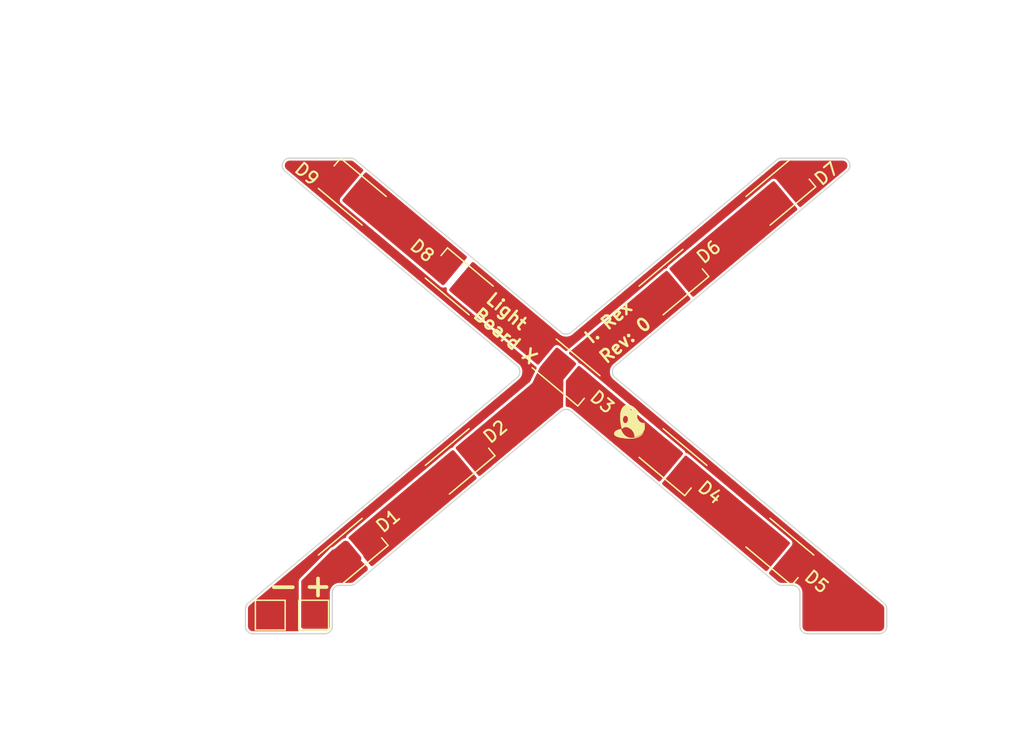
<source format=kicad_pcb>
(kicad_pcb (version 20241229) (generator "pcbnew") (generator_version "9.0")
  (title_block (title "Light Board - X") (date "2025-08-10") (rev "${REV_BOARD}") (comment 1 "Isaac Rex"))
  (layers (0 "F.Cu" signal) (2 "B.Cu" signal) (13 "F.Paste" user) (15 "B.Paste" user) (5 "F.SilkS" user "F.Silkscreen") (7 "B.SilkS" user "B.Silkscreen") (1 "F.Mask" user) (3 "B.Mask" user) (25 "Edge.Cuts" user))
  (property "REV_BOARD" "0")
  (property "REV_SCH" "0")
  (net 0 "")
  (net 1 "/K_D1")
  (net 2 "/V+")
  (net 3 "/K_D2")
  (net 4 "/K_D3")
  (net 5 "/K_D4")
  (net 6 "/K_D5")
  (net 7 "/K_D6")
  (net 8 "/K_D7")
  (net 9 "/K_D9")
  (net 10 "/V-")
  (footprint "LED_SMD:LED_Everlight-SMD3528_3.5x2.8mm_67-21ST" (layer "F.Cu") (at 131.164 121.128394 -140)
    (property "Reference" "D1" (at -3.771531 0.005353 40) (layer "F.SilkS") (effects (font (thickness 0.16))))
    (property "Value" "White")
    (fp_line (start -2.3 1.51) (end 2.3 1.510001) (stroke (width 0.12)) (layer "F.SilkS"))
    (fp_line (start -2.5 -0.7) (end -2.5 -1.51) (stroke (width 0.12)) (layer "F.SilkS"))
    (fp_line (start -2.5 -1.51) (end 2.3 -1.51) (stroke (width 0.12)) (layer "F.SilkS"))
    (pad "1" smd roundrect (at -1.339999 0 220) (size 1.1 2.1) (layers "F.Cu" "F.Mask" "F.Paste") (roundrect_rratio 0.15) (net 1 "/K_D1"))
    (pad "2" smd roundrect (at 0.809999 0.000001 220) (size 2.1 2.1) (layers "F.Cu" "F.Mask" "F.Paste") (roundrect_rratio 0.15) (net 2 "/V+"))
  )
  (footprint "TestPoint:TestPoint_Pad_2.0x2.0mm" (layer "F.Cu") (at 128.05 126.3)
    (property "Reference" "J1" (hide yes))
    (property "Value" "V+")
    (fp_line (start -1.2 -1.2) (end 1.2 -1.2) (stroke (width 0.12)) (layer "F.SilkS"))
    (fp_line (start -1.2 1.2) (end -1.2 -1.2) (stroke (width 0.12)) (layer "F.SilkS"))
    (fp_line (start 1.2 -1.2) (end 1.2 1.2) (stroke (width 0.12)) (layer "F.SilkS"))
    (fp_line (start 1.2 1.2) (end -1.2 1.2) (stroke (width 0.12)) (layer "F.SilkS"))
    (pad "1" smd rect (at 0 0) (size 2 2) (layers "F.Cu" "F.Mask") (net 2 "/V+"))
  )
  (footprint "LED_SMD:LED_Everlight-SMD3528_3.5x2.8mm_67-21ST" (layer "F.Cu") (at 165.636 121.128394 140)
    (property "Reference" "D5" (at -3.859273 0.011862 140) (layer "F.SilkS") (effects (font (thickness 0.16))))
    (property "Value" "White")
    (fp_line (start -2.5 -1.51) (end 2.3 -1.510001) (stroke (width 0.12)) (layer "F.SilkS"))
    (fp_line (start -2.5 -0.7) (end -2.5 -1.51) (stroke (width 0.12)) (layer "F.SilkS"))
    (fp_line (start -2.3 1.510001) (end 2.3 1.51) (stroke (width 0.12)) (layer "F.SilkS"))
    (pad "1" smd roundrect (at -1.34 0.000001 140) (size 1.1 2.1) (layers "F.Cu" "F.Mask" "F.Paste") (roundrect_rratio 0.15) (net 6 "/K_D5"))
    (pad "2" smd roundrect (at 0.81 0 140) (size 2.1 2.1) (layers "F.Cu" "F.Mask" "F.Paste") (roundrect_rratio 0.15) (net 5 "/K_D4"))
  )
  (footprint "LED_SMD:LED_Everlight-SMD3528_3.5x2.8mm_67-21ST" (layer "F.Cu") (at 139.782 99.434313 -40)
    (property "Reference" "D8" (at -3.91337 -0.024605 140) (layer "F.SilkS") (effects (font (thickness 0.16))))
    (property "Value" "White")
    (fp_line (start -2.3 1.510001) (end 2.3 1.51) (stroke (width 0.12)) (layer "F.SilkS"))
    (fp_line (start -2.5 -0.7) (end -2.5 -1.51) (stroke (width 0.12)) (layer "F.SilkS"))
    (fp_line (start -2.5 -1.51) (end 2.3 -1.510001) (stroke (width 0.12)) (layer "F.SilkS"))
    (pad "1" smd roundrect (at -1.34 0.000001 320) (size 1.1 2.1) (layers "F.Cu" "F.Mask" "F.Paste") (roundrect_rratio 0.15) (net 9 "/K_D9"))
    (pad "2" smd roundrect (at 0.81 0 320) (size 2.1 2.1) (layers "F.Cu" "F.Mask" "F.Paste") (roundrect_rratio 0.15) (net 8 "/K_D7"))
  )
  (footprint "LED_SMD:LED_Everlight-SMD3528_3.5x2.8mm_67-21ST" (layer "F.Cu") (at 148.4 106.665673 140)
    (property "Reference" "D3" (at -3.786284 -0.000719 320) (layer "F.SilkS") (effects (font (thickness 0.16))))
    (property "Value" "White")
    (fp_line (start -2.5 -1.51) (end 2.3 -1.510001) (stroke (width 0.12)) (layer "F.SilkS"))
    (fp_line (start -2.5 -0.7) (end -2.5 -1.51) (stroke (width 0.12)) (layer "F.SilkS"))
    (fp_line (start -2.3 1.510001) (end 2.3 1.51) (stroke (width 0.12)) (layer "F.SilkS"))
    (pad "1" smd roundrect (at -1.34 0.000001 140) (size 1.1 2.1) (layers "F.Cu" "F.Mask" "F.Paste") (roundrect_rratio 0.15) (net 4 "/K_D3"))
    (pad "2" smd roundrect (at 0.81 0 140) (size 2.1 2.1) (layers "F.Cu" "F.Mask" "F.Paste") (roundrect_rratio 0.15) (net 3 "/K_D2"))
  )
  (footprint "LED_SMD:LED_Everlight-SMD3528_3.5x2.8mm_67-21ST" (layer "F.Cu") (at 157.018 99.434312 -140)
    (property "Reference" "D6" (at -3.772486 0.012277 40) (layer "F.SilkS") (effects (font (thickness 0.16))))
    (property "Value" "White")
    (fp_line (start -2.3 1.51) (end 2.3 1.510001) (stroke (width 0.12)) (layer "F.SilkS"))
    (fp_line (start -2.5 -0.7) (end -2.5 -1.51) (stroke (width 0.12)) (layer "F.SilkS"))
    (fp_line (start -2.5 -1.51) (end 2.3 -1.51) (stroke (width 0.12)) (layer "F.SilkS"))
    (pad "1" smd roundrect (at -1.34 -0.000001 220) (size 1.1 2.1) (layers "F.Cu" "F.Mask" "F.Paste") (roundrect_rratio 0.15) (net 7 "/K_D6"))
    (pad "2" smd roundrect (at 0.81 0 220) (size 2.1 2.1) (layers "F.Cu" "F.Mask" "F.Paste") (roundrect_rratio 0.15) (net 6 "/K_D5"))
  )
  (footprint "LED_SMD:LED_Everlight-SMD3528_3.5x2.8mm_67-21ST" (layer "F.Cu") (at 165.636 92.202952 -140)
    (property "Reference" "D7" (at -3.84947 -1.268125 40) (layer "F.SilkS") (effects (font (thickness 0.16))))
    (property "Value" "White")
    (fp_line (start -2.3 1.51) (end 2.3 1.510001) (stroke (width 0.12)) (layer "F.SilkS"))
    (fp_line (start -2.5 -0.7) (end -2.5 -1.51) (stroke (width 0.12)) (layer "F.SilkS"))
    (fp_line (start -2.5 -1.51) (end 2.3 -1.51) (stroke (width 0.12)) (layer "F.SilkS"))
    (pad "1" smd roundrect (at -1.34 -0.000001 220) (size 1.1 2.1) (layers "F.Cu" "F.Mask" "F.Paste") (roundrect_rratio 0.15) (net 8 "/K_D7"))
    (pad "2" smd roundrect (at 0.81 0 220) (size 2.1 2.1) (layers "F.Cu" "F.Mask" "F.Paste") (roundrect_rratio 0.15) (net 7 "/K_D6"))
  )
  (footprint "LED_SMD:LED_Everlight-SMD3528_3.5x2.8mm_67-21ST" (layer "F.Cu") (at 131.164 92.202952 -40)
    (property "Reference" "D9" (at -3.772866 1.203846 140) (layer "F.SilkS") (effects (font (thickness 0.16))))
    (property "Value" "White")
    (fp_line (start -2.3 1.510001) (end 2.3 1.51) (stroke (width 0.12)) (layer "F.SilkS"))
    (fp_line (start -2.5 -0.7) (end -2.5 -1.51) (stroke (width 0.12)) (layer "F.SilkS"))
    (fp_line (start -2.5 -1.51) (end 2.3 -1.510001) (stroke (width 0.12)) (layer "F.SilkS"))
    (pad "1" smd roundrect (at -1.34 0.000001 320) (size 1.1 2.1) (layers "F.Cu" "F.Mask" "F.Paste") (roundrect_rratio 0.15) (net 10 "/V-"))
    (pad "2" smd roundrect (at 0.81 0 320) (size 2.1 2.1) (layers "F.Cu" "F.Mask" "F.Paste") (roundrect_rratio 0.15) (net 9 "/K_D9"))
  )
  (footprint "TestPoint:TestPoint_Pad_2.0x2.0mm" (layer "F.Cu") (at 124.55 126.3)
    (property "Reference" "J2" (hide yes))
    (property "Value" "V-")
    (fp_line (start -1.2 -1.2) (end 1.2 -1.2) (stroke (width 0.12)) (layer "F.SilkS"))
    (fp_line (start -1.2 1.2) (end -1.2 -1.2) (stroke (width 0.12)) (layer "F.SilkS"))
    (fp_line (start 1.2 -1.2) (end 1.2 1.2) (stroke (width 0.12)) (layer "F.SilkS"))
    (fp_line (start 1.2 1.2) (end -1.2 1.2) (stroke (width 0.12)) (layer "F.SilkS"))
    (pad "1" smd rect (at 0 0) (size 2 2) (layers "F.Cu" "F.Mask") (net 10 "/V-"))
  )
  (footprint "LED_SMD:LED_Everlight-SMD3528_3.5x2.8mm_67-21ST" (layer "F.Cu") (at 157.018 113.897033 140)
    (property "Reference" "D4" (at -3.893221 -0.000591 140) (layer "F.SilkS") (effects (font (thickness 0.16))))
    (property "Value" "White")
    (fp_line (start -2.5 -1.51) (end 2.3 -1.510001) (stroke (width 0.12)) (layer "F.SilkS"))
    (fp_line (start -2.5 -0.7) (end -2.5 -1.51) (stroke (width 0.12)) (layer "F.SilkS"))
    (fp_line (start -2.3 1.510001) (end 2.3 1.51) (stroke (width 0.12)) (layer "F.SilkS"))
    (pad "1" smd roundrect (at -1.34 0.000001 140) (size 1.1 2.1) (layers "F.Cu" "F.Mask" "F.Paste") (roundrect_rratio 0.15) (net 5 "/K_D4"))
    (pad "2" smd roundrect (at 0.81 0 140) (size 2.1 2.1) (layers "F.Cu" "F.Mask" "F.Paste") (roundrect_rratio 0.15) (net 4 "/K_D3"))
  )
  (footprint "irex_Aesthetic:Logo_irex_2.5x2.8mm_Silk" (layer "F.Cu") (at 153.5 110.7)
    (property "Reference" "G***" (hide yes))
    (property "Value" "IREX_LOGO" (hide yes))
    (fp_poly (pts (xy -0.678616 0.596004) (xy -0.664843 0.628867) (xy -0.645982 0.674154) (xy -0.643967 0.679005) (xy -0.570442 0.829771) (xy -0.483234 0.96277) (xy -0.384593 1.075318) (xy -0.276772 1.164731) (xy -0.196345 1.212468) (xy -0.116236 1.2491) (xy -0.041766 1.274315) (xy 0.034954 1.289556) (xy 0.121813 1.29627) (xy 0.226699 1.295902) (xy 0.254 1.294976) (xy 0.337603 1.290749) (xy 0.402948 1.284288) (xy 0.459991 1.273934) (xy 0.518691 1.258027) (xy 0.564445 1.243256) (xy 0.731482 1.174267) (xy 0.881692 1.08418) (xy 1.019855 0.97005) (xy 1.040444 0.950073) (xy 1.090702 0.901373) (xy 1.12251 0.87339) (xy 1.136086 0.866426) (xy 1.131644 0.880783) (xy 1.1094 0.916763) (xy 1.069571 0.974669) (xy 1.063817 0.982826) (xy 0.97441 1.085224) (xy 0.861615 1.173257) (xy 0.726726 1.246239) (xy 0.571039 1.303484) (xy 0.395852 1.344306) (xy 0.373945 1.348009) (xy 0.312878 1.355119) (xy 0.231088 1.360673) (xy 0.136037 1.364536) (xy 0.035186 1.366571) (xy -0.064 1.366643) (xy -0.15406 1.364616) (xy -0.22753 1.360353) (xy -0.239889 1.359189) (xy -0.330213 1.348693) (xy -0.431876 1.334873) (xy -0.537808 1.318876) (xy -0.640941 1.301847) (xy -0.734206 1.28493) (xy -0.810536 1.269272) (xy -0.843916 1.261308) (xy -0.972305 1.221159) (xy -1.076181 1.173871) (xy -1.15501 1.120217) (xy -1.208259 1.060969) (xy -1.235393 0.996901) (xy -1.23588 0.928783) (xy -1.209187 0.857389) (xy -1.165538 0.79565) (xy -1.09781 0.735198) (xy -1.00457 0.68135) (xy -0.887992 0.635238) (xy -0.817877 0.614427) (xy -0.761508 0.599695) (xy -0.716813 0.588684) (xy -0.689748 0.582824) (xy -0.684441 0.58239) (xy -0.678616 0.596004)) (stroke (width 0.01)) (fill yes) (layer "F.SilkS"))
    (fp_poly (pts (xy 0.016201 -1.361334) (xy 0.141785 -1.317768) (xy 0.270223 -1.248777) (xy 0.400463 -1.154834) (xy 0.531447 -1.036413) (xy 0.662123 -0.893988) (xy 0.670497 -0.884011) (xy 0.714771 -0.830486) (xy 0.751645 -0.784949) (xy 0.777754 -0.751628) (xy 0.789732 -0.734754) (xy 0.790137 -0.733694) (xy 0.77873 -0.723786) (xy 0.750781 -0.709124) (xy 0.747065 -0.707452) (xy 0.71281 -0.683812) (xy 0.677568 -0.646885) (xy 0.665926 -0.630955) (xy 0.647472 -0.600269) (xy 0.636163 -0.570944) (xy 0.630293 -0.534638) (xy 0.628152 -0.48301) (xy 0.627945 -0.44553) (xy 0.628861 -0.381286) (xy 0.633142 -0.334708) (xy 0.643085 -0.29526) (xy 0.660986 -0.252406) (xy 0.677324 -0.219038) (xy 0.742877 -0.112735) (xy 0.821985 -0.025613) (xy 0.911581 0.040126) (xy 1.008597 0.082279) (xy 1.109966 0.098645) (xy 1.119959 0.098778) (xy 1.211555 0.098778) (xy 1.228886 0.179917) (xy 1.241208 0.263738) (xy 1.246431 0.35945) (xy 1.24471 0.457045) (xy 1.236196 0.546518) (xy 1.222266 0.613834) (xy 1.170756 0.738719) (xy 1.092985 0.855585) (xy 0.990076 0.963243) (xy 0.863151 1.060507) (xy 0.724304 1.140712) (xy 0.680048 1.16052) (xy 0.623131 1.182569) (xy 0.561245 1.20429) (xy 0.502082 1.223111) (xy 0.453334 1.236461) (xy 0.422692 1.241769) (xy 0.421945 1.241778) (xy 0.416686 1.228851) (xy 0.41114 1.19474) (xy 0.406405 1.146448) (xy 0.405905 1.139473) (xy 0.384809 1.009091) (xy 0.33894 0.884987) (xy 0.273232 0.77204) (xy 0.178405 0.655184) (xy 0.068517 0.561535) (xy -0.035277 0.50027) (xy -0.152412 0.45325) (xy -0.260935 0.43167) (xy -0.359849 0.435448) (xy -0.448155 0.4645) (xy -0.524857 0.518742) (xy -0.548255 0.543067) (xy -0.592893 0.593908) (xy -0.608333 0.554482) (xy -0.629331 0.491276) (xy -0.651876 0.407085) (xy -0.674451 0.308979) (xy -0.695542 0.204027) (xy -0.713633 0.0993) (xy -0.727209 0.001867) (xy -0.727725 -0.002538) (xy -0.737471 -0.11256) (xy -0.740554 -0.179463) (xy -0.521801 -0.179463) (xy -0.513566 -0.088709) (xy -0.489974 -0.011964) (xy -0.453639 0.048368) (xy -0.407175 0.089884) (xy -0.353194 0.11018) (xy -0.29431 0.106853) (xy -0.238448 0.081125) (xy -0.183863 0.029059) (xy -0.143839 -0.041403) (xy -0.119717 -0.123721) (xy -0.112838 -0.211356) (xy -0.124543 -0.29777) (xy -0.147807 -0.360863) (xy -0.190838 -0.424976) (xy -0.241069 -0.464443) (xy -0.295254 -0.480838) (xy -0.350151 -0.475733) (xy -0.402516 -0.450702) (xy -0.449105 -0.407319) (xy -0.486674 -0.347156) (xy -0.51198 -0.271787) (xy -0.521779 -0.182785) (xy -0.521801 -0.179463) (xy -0.740554 -0.179463) (xy -0.743041 -0.233403) (xy -0.744554 -0.358491) (xy -0.742129 -0.481244) (xy -0.735887 -0.595087) (xy -0.725946 -0.693441) (xy -0.713886 -0.763499) (xy -0.667774 -0.92356) (xy -0.607461 -1.060695) (xy -0.595853 -1.07849) (xy 0.058116 -1.07849) (xy 0.061071 -1.033899) (xy 0.086914 -0.984994) (xy 0.104423 -0.9652) (xy 0.149944 -0.932068) (xy 0.198478 -0.916469) (xy 0.242153 -0.919923) (xy 0.265289 -0.934155) (xy 0.277888 -0.962411) (xy 0.281691 -1.004884) (xy 0.276479 -1.048906) (xy 0.267693 -1.073226) (xy 0.245005 -1.098937) (xy 0.211949 -1.121687) (xy 0.154966 -1.140364) (xy 0.108225 -1.136323) (xy 0.074888 -1.114165) (xy 0.058116 -1.07849) (xy -0.595853 -1.07849) (xy -0.533319 -1.174347) (xy -0.445718 -1.263959) (xy -0.34503 -1.328974) (xy -0.33287 -1.334738) (xy -0.222181 -1.370293) (xy -0.105473 -1.379) (xy 0.016201 -1.361334)) (stroke (width 0.01)) (fill yes) (layer "F.SilkS"))
  )
  (footprint "LED_SMD:LED_Everlight-SMD3528_3.5x2.8mm_67-21ST" (layer "F.Cu") (at 139.782 113.897034 -140)
    (property "Reference" "D2" (at -3.776101 -0.03942 40) (layer "F.SilkS") (effects (font (thickness 0.16))))
    (property "Value" "White")
    (fp_line (start -2.3 1.51) (end 2.3 1.510001) (stroke (width 0.12)) (layer "F.SilkS"))
    (fp_line (start -2.5 -0.7) (end -2.5 -1.51) (stroke (width 0.12)) (layer "F.SilkS"))
    (fp_line (start -2.5 -1.51) (end 2.3 -1.51) (stroke (width 0.12)) (layer "F.SilkS"))
    (pad "1" smd roundrect (at -1.34 0.000001 220) (size 1.1 2.1) (layers "F.Cu" "F.Mask" "F.Paste") (roundrect_rratio 0.15) (net 3 "/K_D2"))
    (pad "2" smd roundrect (at 0.81 0 220) (size 2.1 2.1) (layers "F.Cu" "F.Mask" "F.Paste") (roundrect_rratio 0.15) (net 1 "/K_D1"))
  )
  (gr_arc (start 165.382925 89.571719) (mid 165.563387 89.467539) (end 165.768597 89.431346) (stroke (width 0.1)) (layer "Edge.Cuts"))
  (gr_curve (pts (xy 148.785637 109.832849) (xy 148.57172 109.653351) (xy 148.22828 109.653351) (xy 148.014363 109.832849)) (stroke (width 0.1)) (layer "Edge.Cuts"))
  (gr_arc (start 166.649919 123.9) (mid 167.074171 124.075743) (end 167.249919 124.5) (stroke (width 0.1)) (layer "Edge.Cuts"))
  (gr_line (start 152.250513 107.036408) (end 152.336568 107.125258) (stroke (width 0.1)) (layer "Edge.Cuts"))
  (gr_arc (start 170.679441 89.431346) (mid 171.243179 89.826122) (end 171.065113 90.490973) (stroke (width 0.1)) (layer "Edge.Cuts"))
  (gr_arc (start 167.849919 127.8) (mid 167.425643 127.624271) (end 167.249919 127.2) (stroke (width 0.1)) (layer "Edge.Cuts"))
  (gr_line (start 144.549487 106.294938) (end 144.463432 106.206088) (stroke (width 0.1)) (layer "Edge.Cuts"))
  (gr_line (start 122.764246 125.333037) (end 144.463432 107.125258) (stroke (width 0.1)) (layer "Edge.Cuts"))
  (gr_curve (pts (xy 152.336568 106.206088) (xy 152.100791 106.403929) (xy 152.060325 106.794449) (xy 152.250513 107.036408)) (stroke (width 0.1)) (layer "Edge.Cuts"))
  (gr_arc (start 174.035754 125.333037) (mid 174.193883 125.539089) (end 174.250081 125.792663) (stroke (width 0.1)) (layer "Edge.Cuts"))
  (gr_arc (start 123.149919 127.8) (mid 122.725643 127.624271) (end 122.549919 127.2) (stroke (width 0.1)) (layer "Edge.Cuts"))
  (gr_line (start 165.382925 123.759627) (end 148.785637 109.832849) (stroke (width 0.1)) (layer "Edge.Cuts"))
  (gr_arc (start 122.549919 125.792663) (mid 122.606148 125.539103) (end 122.764246 125.333037) (stroke (width 0.1)) (layer "Edge.Cuts"))
  (gr_line (start 171.065113 90.490973) (end 152.336568 106.206088) (stroke (width 0.1)) (layer "Edge.Cuts"))
  (gr_arc (start 129.550081 124.5) (mid 129.725816 124.075729) (end 130.150081 123.9) (stroke (width 0.1)) (layer "Edge.Cuts"))
  (gr_line (start 126.120559 89.431346) (end 131.031403 89.431346) (stroke (width 0.1)) (layer "Edge.Cuts"))
  (gr_line (start 165.768597 89.431346) (end 170.679441 89.431346) (stroke (width 0.1)) (layer "Edge.Cuts"))
  (gr_arc (start 129.550081 127.2) (mid 129.374344 127.624257) (end 128.950081 127.8) (stroke (width 0.1)) (layer "Edge.Cuts"))
  (gr_line (start 131.417075 89.571719) (end 148.014363 103.498497) (stroke (width 0.1)) (layer "Edge.Cuts"))
  (gr_line (start 131.031403 123.9) (end 130.150081 123.9) (stroke (width 0.1)) (layer "Edge.Cuts"))
  (gr_line (start 128.950081 127.8) (end 123.149919 127.8) (stroke (width 0.1)) (layer "Edge.Cuts"))
  (gr_arc (start 131.417075 123.759627) (mid 131.236615 123.863816) (end 131.031403 123.9) (stroke (width 0.1)) (layer "Edge.Cuts"))
  (gr_arc (start 125.734887 90.490973) (mid 125.55672 89.826086) (end 126.120559 89.431346) (stroke (width 0.1)) (layer "Edge.Cuts"))
  (gr_line (start 144.463432 106.206088) (end 125.734887 90.490973) (stroke (width 0.1)) (layer "Edge.Cuts"))
  (gr_curve (pts (xy 144.463432 107.125258) (xy 144.699209 106.927417) (xy 144.739675 106.536897) (xy 144.549487 106.294938)) (stroke (width 0.1)) (layer "Edge.Cuts"))
  (gr_line (start 129.550081 124.5) (end 129.550081 127.2) (stroke (width 0.1)) (layer "Edge.Cuts"))
  (gr_arc (start 174.250081 127.2) (mid 174.074344 127.624257) (end 173.650081 127.8) (stroke (width 0.1)) (layer "Edge.Cuts"))
  (gr_line (start 122.549919 127.2) (end 122.549919 125.792663) (stroke (width 0.1)) (layer "Edge.Cuts"))
  (gr_line (start 173.650081 127.8) (end 167.849919 127.8) (stroke (width 0.1)) (layer "Edge.Cuts"))
  (gr_line (start 148.014363 109.832849) (end 131.417075 123.759627) (stroke (width 0.1)) (layer "Edge.Cuts"))
  (gr_line (start 167.249919 127.2) (end 167.249919 124.5) (stroke (width 0.1)) (layer "Edge.Cuts"))
  (gr_line (start 166.649919 123.9) (end 165.768597 123.9) (stroke (width 0.1)) (layer "Edge.Cuts"))
  (gr_arc (start 165.768597 123.9) (mid 165.563386 123.863815) (end 165.382925 123.759627) (stroke (width 0.1)) (layer "Edge.Cuts"))
  (gr_curve (pts (xy 148.014363 103.498497) (xy 148.22828 103.677995) (xy 148.57172 103.677995) (xy 148.785637 103.498497)) (stroke (width 0.1)) (layer "Edge.Cuts"))
  (gr_line (start 174.250081 125.792663) (end 174.250081 127.2) (stroke (width 0.1)) (layer "Edge.Cuts"))
  (gr_arc (start 131.031403 89.431346) (mid 131.236616 89.467529) (end 131.417075 89.571719) (stroke (width 0.1)) (layer "Edge.Cuts"))
  (gr_line (start 148.785637 103.498497) (end 165.382925 89.571719) (stroke (width 0.1)) (layer "Edge.Cuts"))
  (gr_line (start 152.336568 107.125258) (end 174.035754 125.333037) (stroke (width 0.1)) (layer "Edge.Cuts"))
  (gr_text "Light\nBoard X" (at 140.7 102.2 320) (layer "F.SilkS") (effects (font (size 1 1) (thickness 0.2)) (justify left bottom)))
  (gr_text "Rev: ${REV_BOARD}" (at 151.6 106.2 40) (layer "F.SilkS") (effects (font (size 1 1) (thickness 0.2)) (justify left bottom)))
  (gr_text "I. Rex" (at 150.4 104.6 40) (layer "F.SilkS") (effects (font (size 1 1) (thickness 0.2)) (justify left bottom)))
  (gr_text "+" (at 128.4 123.9 0) (layer "F.SilkS") (effects (font (size 1.8 1.8) (thickness 0.3))))
  (gr_text "-" (at 125.6 123.9 0) (layer "F.SilkS") (effects (font (size 2 2) (thickness 0.3))))
  (zone (net 10) (net_name "/V-") (layer "F.Cu") (priority 10) (connect_pads yes (clearance 0.2)) (min_thickness 0.25) (fill yes (thermal_gap 0.5) (thermal_bridge_width 0.5))
    (polygon (pts (xy 128.645851 84.931757) (xy 151.337227 103.972081) (xy 125.453634 134.818959) (xy 102.762247 115.778622)))
  )
  (zone (net 3) (net_name "/K_D2") (layer "F.Cu") (priority 80) (connect_pads yes (clearance 0.2)) (min_thickness 0.25) (fill yes (thermal_gap 0.5) (thermal_bridge_width 0.5))
    (polygon (pts (xy 139.407363 112.840714) (xy 145.671355 107.5846) (xy 146.30023 106.274435) (xy 147.650084 104.665741) (xy 149.258778 106.015595) (xy 148.180918 107.300138) (xy 148.150139 109.98857) (xy 141.615261 115.471984)))
  )
  (zone (net 8) (net_name "/K_D7") (layer "F.Cu") (priority 30) (connect_pads yes (clearance 0.2)) (min_thickness 0.25) (fill yes (thermal_gap 0.5) (thermal_bridge_width 0.5))
    (polygon (pts (xy 158.564029 76.677399) (xy 173.402295 89.128183) (xy 153.761498 112.535184) (xy 138.923222 100.084391)))
  )
  (zone (net 2) (net_name "/V+") (layer "F.Cu") (priority 100) (connect_pads yes (clearance 0.2)) (min_thickness 0.25) (fill yes (thermal_gap 0.5) (thermal_bridge_width 0.5))
    (polygon (pts (xy 127.05 127.3) (xy 127.05 123.533861) (xy 129.583861 121) (xy 130.955693 121) (xy 132.4 122.444307) (xy 132.4 127.4) (xy 127.15 127.4)))
  )
  (zone (net 9) (net_name "/K_D9") (layer "F.Cu") (priority 20) (connect_pads yes (clearance 0.2)) (min_thickness 0.25) (fill yes (thermal_gap 0.5) (thermal_bridge_width 0.5))
    (polygon (pts (xy 132.594049 90.125312) (xy 140.790724 97.003139) (xy 138.501897 99.730858) (xy 130.305221 92.85303)))
  )
  (zone (net 7) (net_name "/K_D6") (layer "F.Cu") (priority 40) (connect_pads yes (clearance 0.2)) (min_thickness 0.25) (fill yes (thermal_gap 0.5) (thermal_bridge_width 0.5))
    (polygon (pts (xy 156.615039 98.40176) (xy 165.144925 91.244336) (xy 167.352823 93.875607) (xy 158.822937 101.03303)))
  )
  (zone (net 1) (net_name "/K_D1") (layer "F.Cu") (priority 90) (connect_pads yes (clearance 0.2)) (min_thickness 0.25) (fill yes (thermal_gap 0.5) (thermal_bridge_width 0.5))
    (polygon (pts (xy 130.779921 120.079997) (xy 139.290924 112.938418) (xy 141.498822 115.569689) (xy 132.987819 122.711267)))
  )
  (zone (net 5) (net_name "/K_D4") (layer "F.Cu") (priority 60) (connect_pads yes (clearance 0.2)) (min_thickness 0.25) (fill yes (thermal_gap 0.5) (thermal_bridge_width 0.5))
    (polygon (pts (xy 157.966149 113.321945) (xy 166.494778 120.478315) (xy 164.205951 123.206034) (xy 155.677321 116.049663)))
  )
  (zone (net 6) (net_name "/K_D5") (layer "F.Cu") (priority 50) (connect_pads yes (clearance 0.2)) (min_thickness 0.25) (fill yes (thermal_gap 0.5) (thermal_bridge_width 0.5))
    (polygon (pts (xy 145.973077 107.331425) (xy 156.526924 98.475696) (xy 180.206687 126.696145) (xy 169.65284 135.551874)))
  )
  (zone (net 4) (net_name "/K_D3") (layer "F.Cu") (priority 70) (connect_pads yes (clearance 0.2)) (min_thickness 0.25) (fill yes (thermal_gap 0.5) (thermal_bridge_width 0.5))
    (polygon (pts (xy 149.380443 106.117684) (xy 157.876778 113.246955) (xy 155.587951 115.974674) (xy 147.091615 108.845402)))
  )
)
</source>
